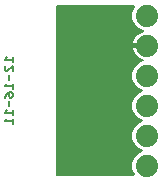
<source format=gbr>
G04 EAGLE Gerber RS-274X export*
G75*
%MOMM*%
%FSLAX34Y34*%
%LPD*%
%INBottom Copper*%
%IPPOS*%
%AMOC8*
5,1,8,0,0,1.08239X$1,22.5*%
G01*
%ADD10C,0.152400*%
%ADD11C,1.879600*%

G36*
X115699Y4081D02*
X115699Y4081D01*
X115813Y4091D01*
X115839Y4101D01*
X115867Y4105D01*
X115972Y4152D01*
X116079Y4193D01*
X116101Y4209D01*
X116126Y4221D01*
X116214Y4295D01*
X116305Y4364D01*
X116322Y4387D01*
X116343Y4404D01*
X116407Y4500D01*
X116476Y4592D01*
X116485Y4618D01*
X116501Y4641D01*
X116535Y4751D01*
X116576Y4858D01*
X116578Y4886D01*
X116586Y4912D01*
X116589Y5027D01*
X116599Y5141D01*
X116593Y5166D01*
X116594Y5196D01*
X116527Y5453D01*
X116523Y5469D01*
X114553Y10224D01*
X114553Y15176D01*
X116448Y19751D01*
X119949Y23252D01*
X122871Y24462D01*
X122896Y24477D01*
X122924Y24486D01*
X122977Y24521D01*
X122987Y24526D01*
X123000Y24537D01*
X123019Y24549D01*
X123116Y24607D01*
X123136Y24628D01*
X123161Y24644D01*
X123234Y24731D01*
X123311Y24813D01*
X123325Y24839D01*
X123344Y24862D01*
X123390Y24965D01*
X123441Y25066D01*
X123447Y25095D01*
X123459Y25122D01*
X123475Y25234D01*
X123496Y25345D01*
X123494Y25374D01*
X123498Y25403D01*
X123482Y25515D01*
X123472Y25628D01*
X123461Y25655D01*
X123457Y25685D01*
X123411Y25788D01*
X123370Y25893D01*
X123352Y25917D01*
X123340Y25944D01*
X123267Y26030D01*
X123198Y26120D01*
X123175Y26138D01*
X123156Y26160D01*
X123089Y26202D01*
X122971Y26290D01*
X122912Y26312D01*
X122871Y26338D01*
X119949Y27548D01*
X116448Y31049D01*
X114553Y35624D01*
X114553Y40576D01*
X116448Y45151D01*
X119949Y48652D01*
X122871Y49862D01*
X122896Y49877D01*
X122924Y49886D01*
X123019Y49949D01*
X123116Y50007D01*
X123136Y50028D01*
X123161Y50044D01*
X123234Y50131D01*
X123311Y50213D01*
X123325Y50239D01*
X123344Y50262D01*
X123390Y50365D01*
X123441Y50466D01*
X123447Y50495D01*
X123459Y50522D01*
X123475Y50634D01*
X123496Y50745D01*
X123494Y50774D01*
X123498Y50803D01*
X123482Y50915D01*
X123472Y51028D01*
X123461Y51055D01*
X123457Y51085D01*
X123411Y51188D01*
X123370Y51293D01*
X123352Y51317D01*
X123340Y51344D01*
X123267Y51430D01*
X123198Y51520D01*
X123175Y51538D01*
X123156Y51560D01*
X123089Y51602D01*
X122971Y51690D01*
X122912Y51712D01*
X122871Y51738D01*
X119949Y52948D01*
X116448Y56449D01*
X114553Y61024D01*
X114553Y65976D01*
X116448Y70551D01*
X119949Y74052D01*
X122871Y75262D01*
X122896Y75277D01*
X122924Y75286D01*
X123019Y75349D01*
X123116Y75407D01*
X123136Y75428D01*
X123161Y75444D01*
X123234Y75531D01*
X123311Y75613D01*
X123325Y75639D01*
X123344Y75662D01*
X123390Y75765D01*
X123441Y75866D01*
X123447Y75895D01*
X123459Y75922D01*
X123475Y76034D01*
X123496Y76145D01*
X123494Y76174D01*
X123498Y76203D01*
X123482Y76315D01*
X123472Y76428D01*
X123461Y76455D01*
X123457Y76485D01*
X123411Y76588D01*
X123370Y76693D01*
X123352Y76717D01*
X123340Y76744D01*
X123267Y76830D01*
X123198Y76920D01*
X123175Y76938D01*
X123156Y76960D01*
X123089Y77002D01*
X122971Y77090D01*
X122912Y77112D01*
X122871Y77138D01*
X119949Y78348D01*
X116448Y81849D01*
X114553Y86424D01*
X114553Y91376D01*
X116448Y95951D01*
X119949Y99452D01*
X123611Y100969D01*
X123671Y101004D01*
X123735Y101030D01*
X123793Y101076D01*
X123856Y101113D01*
X123904Y101163D01*
X123958Y101206D01*
X124001Y101266D01*
X124051Y101320D01*
X124083Y101381D01*
X124123Y101438D01*
X124148Y101507D01*
X124182Y101573D01*
X124195Y101640D01*
X124218Y101706D01*
X124222Y101779D01*
X124237Y101851D01*
X124231Y101920D01*
X124235Y101989D01*
X124219Y102061D01*
X124212Y102135D01*
X124187Y102199D01*
X124172Y102267D01*
X124137Y102331D01*
X124110Y102400D01*
X124068Y102455D01*
X124035Y102516D01*
X123983Y102568D01*
X123939Y102627D01*
X123883Y102668D01*
X123834Y102717D01*
X123779Y102746D01*
X123711Y102797D01*
X123603Y102838D01*
X123537Y102872D01*
X122417Y103236D01*
X120743Y104089D01*
X119222Y105194D01*
X117894Y106522D01*
X116789Y108043D01*
X115936Y109717D01*
X115355Y111504D01*
X115234Y112269D01*
X125984Y112269D01*
X126042Y112277D01*
X126100Y112275D01*
X126182Y112297D01*
X126265Y112309D01*
X126319Y112333D01*
X126375Y112347D01*
X126448Y112390D01*
X126525Y112425D01*
X126569Y112463D01*
X126620Y112493D01*
X126677Y112554D01*
X126742Y112609D01*
X126774Y112657D01*
X126814Y112700D01*
X126853Y112775D01*
X126899Y112845D01*
X126917Y112901D01*
X126944Y112953D01*
X126955Y113021D01*
X126985Y113116D01*
X126988Y113216D01*
X126999Y113284D01*
X126999Y115316D01*
X126991Y115374D01*
X126992Y115432D01*
X126971Y115514D01*
X126959Y115597D01*
X126935Y115651D01*
X126921Y115707D01*
X126878Y115780D01*
X126843Y115857D01*
X126805Y115902D01*
X126775Y115952D01*
X126714Y116010D01*
X126659Y116074D01*
X126611Y116106D01*
X126568Y116146D01*
X126493Y116185D01*
X126423Y116231D01*
X126367Y116249D01*
X126315Y116276D01*
X126247Y116287D01*
X126152Y116317D01*
X126052Y116320D01*
X125984Y116331D01*
X115234Y116331D01*
X115355Y117096D01*
X115936Y118883D01*
X116789Y120557D01*
X117894Y122078D01*
X119222Y123406D01*
X120743Y124511D01*
X122417Y125364D01*
X123537Y125728D01*
X123599Y125758D01*
X123665Y125779D01*
X123726Y125820D01*
X123792Y125853D01*
X123843Y125899D01*
X123901Y125938D01*
X123948Y125994D01*
X124003Y126043D01*
X124039Y126102D01*
X124084Y126155D01*
X124114Y126223D01*
X124152Y126285D01*
X124171Y126352D01*
X124199Y126415D01*
X124209Y126488D01*
X124229Y126559D01*
X124229Y126628D01*
X124238Y126697D01*
X124228Y126770D01*
X124227Y126843D01*
X124207Y126909D01*
X124197Y126978D01*
X124167Y127045D01*
X124146Y127116D01*
X124109Y127174D01*
X124080Y127237D01*
X124033Y127293D01*
X123993Y127355D01*
X123941Y127401D01*
X123896Y127453D01*
X123843Y127486D01*
X123779Y127543D01*
X123675Y127592D01*
X123611Y127631D01*
X119949Y129148D01*
X116448Y132649D01*
X114553Y137224D01*
X114553Y142176D01*
X116523Y146931D01*
X116552Y147043D01*
X116586Y147152D01*
X116587Y147180D01*
X116594Y147207D01*
X116591Y147321D01*
X116594Y147436D01*
X116587Y147463D01*
X116586Y147491D01*
X116551Y147600D01*
X116522Y147711D01*
X116508Y147735D01*
X116499Y147762D01*
X116435Y147857D01*
X116377Y147956D01*
X116356Y147975D01*
X116341Y147998D01*
X116253Y148072D01*
X116169Y148150D01*
X116145Y148163D01*
X116123Y148181D01*
X116019Y148227D01*
X115916Y148280D01*
X115892Y148284D01*
X115864Y148296D01*
X115600Y148333D01*
X115585Y148335D01*
X50800Y148335D01*
X50742Y148327D01*
X50684Y148329D01*
X50602Y148307D01*
X50519Y148295D01*
X50465Y148272D01*
X50409Y148257D01*
X50336Y148214D01*
X50259Y148179D01*
X50214Y148141D01*
X50164Y148112D01*
X50106Y148050D01*
X50042Y147996D01*
X50010Y147947D01*
X49970Y147904D01*
X49931Y147829D01*
X49885Y147759D01*
X49867Y147703D01*
X49840Y147651D01*
X49829Y147583D01*
X49799Y147488D01*
X49796Y147388D01*
X49785Y147320D01*
X49785Y5080D01*
X49793Y5022D01*
X49791Y4964D01*
X49813Y4882D01*
X49825Y4798D01*
X49849Y4745D01*
X49863Y4689D01*
X49906Y4616D01*
X49941Y4539D01*
X49979Y4494D01*
X50009Y4444D01*
X50070Y4386D01*
X50125Y4322D01*
X50173Y4290D01*
X50216Y4250D01*
X50291Y4211D01*
X50361Y4164D01*
X50417Y4147D01*
X50469Y4120D01*
X50537Y4109D01*
X50632Y4079D01*
X50732Y4076D01*
X50800Y4065D01*
X115585Y4065D01*
X115699Y4081D01*
G37*
D10*
X8802Y104648D02*
X6598Y102445D01*
X13208Y102445D01*
X13208Y104648D02*
X13208Y100242D01*
X13208Y97164D02*
X13208Y92757D01*
X8802Y92757D02*
X13208Y97164D01*
X8802Y92757D02*
X7700Y92757D01*
X6598Y93859D01*
X6598Y96062D01*
X7700Y97164D01*
X9903Y89680D02*
X9903Y85273D01*
X8802Y82196D02*
X6598Y79992D01*
X13208Y79992D01*
X13208Y77789D02*
X13208Y82196D01*
X7700Y72508D02*
X6598Y70305D01*
X7700Y72508D02*
X9903Y74711D01*
X12106Y74711D01*
X13208Y73610D01*
X13208Y71407D01*
X12106Y70305D01*
X11005Y70305D01*
X9903Y71407D01*
X9903Y74711D01*
X9903Y67227D02*
X9903Y62821D01*
X8802Y59743D02*
X6598Y57540D01*
X13208Y57540D01*
X13208Y59743D02*
X13208Y55337D01*
X8802Y52259D02*
X6598Y50056D01*
X13208Y50056D01*
X13208Y52259D02*
X13208Y47853D01*
D11*
X127000Y139700D03*
X127000Y114300D03*
X127000Y88900D03*
X127000Y63500D03*
X127000Y38100D03*
X127000Y12700D03*
M02*

</source>
